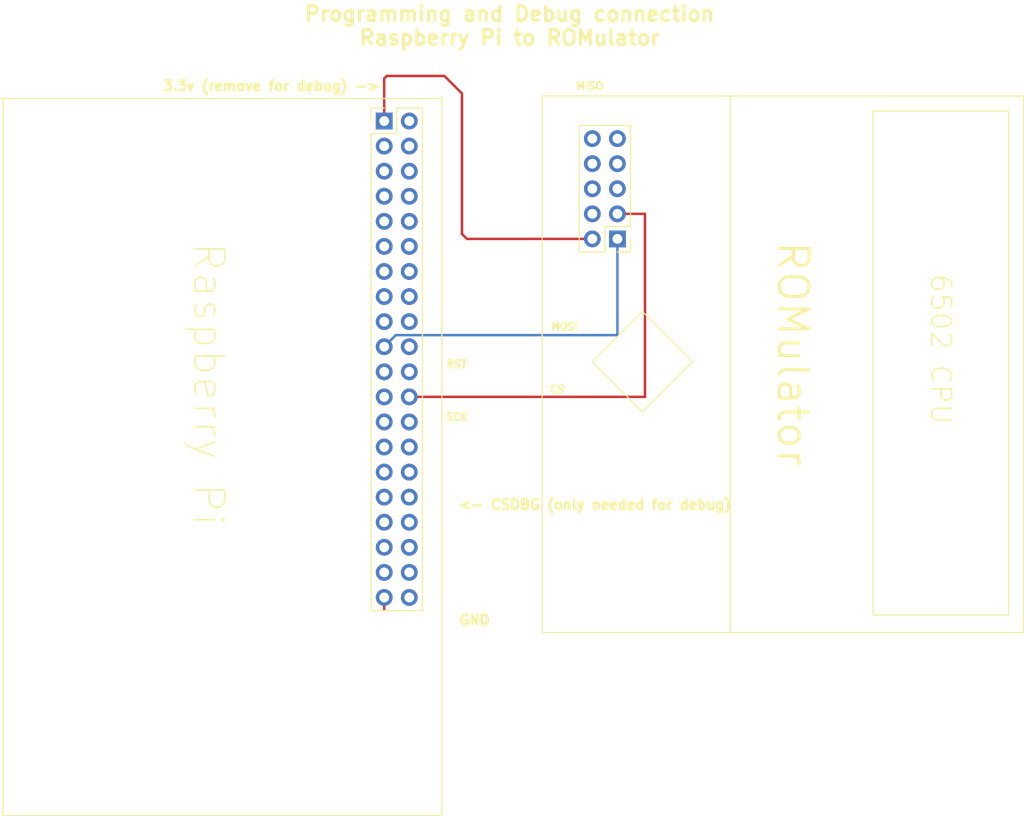
<source format=kicad_pcb>
(kicad_pcb (version 20171130) (host pcbnew "(5.1.4-0-10_14)")

  (general
    (thickness 1.6)
    (drawings 32)
    (tracks 40)
    (zones 0)
    (modules 2)
    (nets 43)
  )

  (page A4)
  (layers
    (0 F.Cu signal)
    (1 In1.Cu signal)
    (2 In2.Cu signal)
    (3 In3.Cu signal)
    (4 In4.Cu signal)
    (5 In5.Cu signal)
    (6 In6.Cu signal)
    (31 B.Cu signal)
    (32 B.Adhes user)
    (33 F.Adhes user)
    (34 B.Paste user)
    (35 F.Paste user)
    (36 B.SilkS user)
    (37 F.SilkS user)
    (38 B.Mask user)
    (39 F.Mask user)
    (40 Dwgs.User user)
    (41 Cmts.User user)
    (42 Eco1.User user)
    (43 Eco2.User user)
    (44 Edge.Cuts user)
    (45 Margin user)
    (46 B.CrtYd user)
    (47 F.CrtYd user)
    (48 B.Fab user)
    (49 F.Fab user)
  )

  (setup
    (last_trace_width 0.25)
    (trace_clearance 0.2)
    (zone_clearance 0.508)
    (zone_45_only no)
    (trace_min 0.2)
    (via_size 0.8)
    (via_drill 0.4)
    (via_min_size 0.4)
    (via_min_drill 0.3)
    (uvia_size 0.3)
    (uvia_drill 0.1)
    (uvias_allowed no)
    (uvia_min_size 0.2)
    (uvia_min_drill 0.1)
    (edge_width 0.05)
    (segment_width 0.2)
    (pcb_text_width 0.3)
    (pcb_text_size 1.5 1.5)
    (mod_edge_width 0.12)
    (mod_text_size 1 1)
    (mod_text_width 0.15)
    (pad_size 1.524 1.524)
    (pad_drill 0.762)
    (pad_to_mask_clearance 0.051)
    (solder_mask_min_width 0.25)
    (aux_axis_origin 0 0)
    (visible_elements FFFFFF7F)
    (pcbplotparams
      (layerselection 0x010fc_ffffffff)
      (usegerberextensions false)
      (usegerberattributes false)
      (usegerberadvancedattributes false)
      (creategerberjobfile false)
      (excludeedgelayer true)
      (linewidth 0.100000)
      (plotframeref false)
      (viasonmask false)
      (mode 1)
      (useauxorigin false)
      (hpglpennumber 1)
      (hpglpenspeed 20)
      (hpglpendiameter 15.000000)
      (psnegative false)
      (psa4output false)
      (plotreference true)
      (plotvalue true)
      (plotinvisibletext false)
      (padsonsilk false)
      (subtractmaskfromsilk false)
      (outputformat 4)
      (mirror false)
      (drillshape 0)
      (scaleselection 1)
      (outputdirectory ""))
  )

  (net 0 "")
  (net 1 RST)
  (net 2 MOSI)
  (net 3 CS)
  (net 4 SCK)
  (net 5 MISO)
  (net 6 "Net-(J1-Pad34)")
  (net 7 "Net-(J1-Pad33)")
  (net 8 "Net-(J1-Pad32)")
  (net 9 "Net-(J1-Pad31)")
  (net 10 "Net-(J1-Pad30)")
  (net 11 "Net-(J1-Pad29)")
  (net 12 "Net-(J1-Pad28)")
  (net 13 "Net-(J1-Pad27)")
  (net 14 "Net-(J1-Pad26)")
  (net 15 "Net-(J1-Pad25)")
  (net 16 GND)
  (net 17 CSDBG)
  (net 18 "Net-(J1-Pad17)")
  (net 19 "Net-(J1-Pad16)")
  (net 20 "Net-(J1-Pad15)")
  (net 21 "Net-(J1-Pad14)")
  (net 22 "Net-(J1-Pad13)")
  (net 23 "Net-(J1-Pad12)")
  (net 24 "Net-(J1-Pad11)")
  (net 25 "Net-(J1-Pad10)")
  (net 26 "Net-(J1-Pad9)")
  (net 27 "Net-(J1-Pad8)")
  (net 28 "Net-(J1-Pad7)")
  (net 29 "Net-(J1-Pad6)")
  (net 30 "Net-(J1-Pad5)")
  (net 31 "Net-(J1-Pad4)")
  (net 32 "Net-(J1-Pad3)")
  (net 33 "Net-(J1-Pad2)")
  (net 34 +3V3)
  (net 35 "Net-(J2-Pad8)")
  (net 36 "Net-(J2-Pad6)")
  (net 37 "Net-(J1-Pad20)")
  (net 38 "Net-(J1-Pad40)")
  (net 39 "Net-(J1-Pad38)")
  (net 40 "Net-(J1-Pad37)")
  (net 41 "Net-(J1-Pad35)")
  (net 42 "Net-(J1-Pad18)")

  (net_class Default "This is the default net class."
    (clearance 0.2)
    (trace_width 0.25)
    (via_dia 0.8)
    (via_drill 0.4)
    (uvia_dia 0.3)
    (uvia_drill 0.1)
    (add_net +3V3)
    (add_net CS)
    (add_net CSDBG)
    (add_net GND)
    (add_net MISO)
    (add_net MOSI)
    (add_net "Net-(J1-Pad10)")
    (add_net "Net-(J1-Pad11)")
    (add_net "Net-(J1-Pad12)")
    (add_net "Net-(J1-Pad13)")
    (add_net "Net-(J1-Pad14)")
    (add_net "Net-(J1-Pad15)")
    (add_net "Net-(J1-Pad16)")
    (add_net "Net-(J1-Pad17)")
    (add_net "Net-(J1-Pad18)")
    (add_net "Net-(J1-Pad2)")
    (add_net "Net-(J1-Pad20)")
    (add_net "Net-(J1-Pad25)")
    (add_net "Net-(J1-Pad26)")
    (add_net "Net-(J1-Pad27)")
    (add_net "Net-(J1-Pad28)")
    (add_net "Net-(J1-Pad29)")
    (add_net "Net-(J1-Pad3)")
    (add_net "Net-(J1-Pad30)")
    (add_net "Net-(J1-Pad31)")
    (add_net "Net-(J1-Pad32)")
    (add_net "Net-(J1-Pad33)")
    (add_net "Net-(J1-Pad34)")
    (add_net "Net-(J1-Pad35)")
    (add_net "Net-(J1-Pad37)")
    (add_net "Net-(J1-Pad38)")
    (add_net "Net-(J1-Pad4)")
    (add_net "Net-(J1-Pad40)")
    (add_net "Net-(J1-Pad5)")
    (add_net "Net-(J1-Pad6)")
    (add_net "Net-(J1-Pad7)")
    (add_net "Net-(J1-Pad8)")
    (add_net "Net-(J1-Pad9)")
    (add_net "Net-(J2-Pad6)")
    (add_net "Net-(J2-Pad8)")
    (add_net RST)
    (add_net SCK)
  )

  (module Connector_PinHeader_2.54mm:PinHeader_2x05_P2.54mm_Vertical (layer F.Cu) (tedit 59FED5CC) (tstamp 60942F35)
    (at 185.42 68.834 180)
    (descr "Through hole straight pin header, 2x05, 2.54mm pitch, double rows")
    (tags "Through hole pin header THT 2x05 2.54mm double row")
    (path /60943191)
    (fp_text reference J2 (at 1.27 -2.33) (layer F.SilkS) hide
      (effects (font (size 1 1) (thickness 0.15)))
    )
    (fp_text value Conn_02x05_Odd_Even (at 1.27 12.49) (layer F.Fab) hide
      (effects (font (size 1 1) (thickness 0.15)))
    )
    (fp_text user %R (at 1.27 5.08 90) (layer F.Fab) hide
      (effects (font (size 1 1) (thickness 0.15)))
    )
    (fp_line (start 4.35 -1.8) (end -1.8 -1.8) (layer F.CrtYd) (width 0.05))
    (fp_line (start 4.35 11.95) (end 4.35 -1.8) (layer F.CrtYd) (width 0.05))
    (fp_line (start -1.8 11.95) (end 4.35 11.95) (layer F.CrtYd) (width 0.05))
    (fp_line (start -1.8 -1.8) (end -1.8 11.95) (layer F.CrtYd) (width 0.05))
    (fp_line (start -1.33 -1.33) (end 0 -1.33) (layer F.SilkS) (width 0.12))
    (fp_line (start -1.33 0) (end -1.33 -1.33) (layer F.SilkS) (width 0.12))
    (fp_line (start 1.27 -1.33) (end 3.87 -1.33) (layer F.SilkS) (width 0.12))
    (fp_line (start 1.27 1.27) (end 1.27 -1.33) (layer F.SilkS) (width 0.12))
    (fp_line (start -1.33 1.27) (end 1.27 1.27) (layer F.SilkS) (width 0.12))
    (fp_line (start 3.87 -1.33) (end 3.87 11.49) (layer F.SilkS) (width 0.12))
    (fp_line (start -1.33 1.27) (end -1.33 11.49) (layer F.SilkS) (width 0.12))
    (fp_line (start -1.33 11.49) (end 3.87 11.49) (layer F.SilkS) (width 0.12))
    (fp_line (start -1.27 0) (end 0 -1.27) (layer F.Fab) (width 0.1))
    (fp_line (start -1.27 11.43) (end -1.27 0) (layer F.Fab) (width 0.1))
    (fp_line (start 3.81 11.43) (end -1.27 11.43) (layer F.Fab) (width 0.1))
    (fp_line (start 3.81 -1.27) (end 3.81 11.43) (layer F.Fab) (width 0.1))
    (fp_line (start 0 -1.27) (end 3.81 -1.27) (layer F.Fab) (width 0.1))
    (pad 10 thru_hole oval (at 2.54 10.16 180) (size 1.7 1.7) (drill 1) (layers *.Cu *.Mask)
      (net 16 GND))
    (pad 9 thru_hole oval (at 0 10.16 180) (size 1.7 1.7) (drill 1) (layers *.Cu *.Mask)
      (net 5 MISO))
    (pad 8 thru_hole oval (at 2.54 7.62 180) (size 1.7 1.7) (drill 1) (layers *.Cu *.Mask)
      (net 35 "Net-(J2-Pad8)"))
    (pad 7 thru_hole oval (at 0 7.62 180) (size 1.7 1.7) (drill 1) (layers *.Cu *.Mask)
      (net 4 SCK))
    (pad 6 thru_hole oval (at 2.54 5.08 180) (size 1.7 1.7) (drill 1) (layers *.Cu *.Mask)
      (net 36 "Net-(J2-Pad6)"))
    (pad 5 thru_hole oval (at 0 5.08 180) (size 1.7 1.7) (drill 1) (layers *.Cu *.Mask)
      (net 1 RST))
    (pad 4 thru_hole oval (at 2.54 2.54 180) (size 1.7 1.7) (drill 1) (layers *.Cu *.Mask)
      (net 17 CSDBG))
    (pad 3 thru_hole oval (at 0 2.54 180) (size 1.7 1.7) (drill 1) (layers *.Cu *.Mask)
      (net 3 CS))
    (pad 2 thru_hole oval (at 2.54 0 180) (size 1.7 1.7) (drill 1) (layers *.Cu *.Mask)
      (net 34 +3V3))
    (pad 1 thru_hole rect (at 0 0 180) (size 1.7 1.7) (drill 1) (layers *.Cu *.Mask)
      (net 2 MOSI))
    (model ${KISYS3DMOD}/Connector_PinHeader_2.54mm.3dshapes/PinHeader_2x05_P2.54mm_Vertical.wrl
      (at (xyz 0 0 0))
      (scale (xyz 1 1 1))
      (rotate (xyz 0 0 0))
    )
  )

  (module Connector_PinHeader_2.54mm:PinHeader_2x20_P2.54mm_Vertical (layer F.Cu) (tedit 59FED5CC) (tstamp 609479B8)
    (at 161.798 56.896)
    (descr "Through hole straight pin header, 2x20, 2.54mm pitch, double rows")
    (tags "Through hole pin header THT 2x20 2.54mm double row")
    (path /609490FC)
    (fp_text reference J1 (at 1.27 -2.33) (layer F.SilkS) hide
      (effects (font (size 1 1) (thickness 0.15)))
    )
    (fp_text value Raspberry_Pi_2_3 (at 1.27 50.59) (layer F.Fab) hide
      (effects (font (size 1 1) (thickness 0.15)))
    )
    (fp_text user %R (at 1.27 24.13 90) (layer F.Fab) hide
      (effects (font (size 1 1) (thickness 0.15)))
    )
    (fp_line (start 4.35 -1.8) (end -1.8 -1.8) (layer F.CrtYd) (width 0.05))
    (fp_line (start 4.35 50.05) (end 4.35 -1.8) (layer F.CrtYd) (width 0.05))
    (fp_line (start -1.8 50.05) (end 4.35 50.05) (layer F.CrtYd) (width 0.05))
    (fp_line (start -1.8 -1.8) (end -1.8 50.05) (layer F.CrtYd) (width 0.05))
    (fp_line (start -1.33 -1.33) (end 0 -1.33) (layer F.SilkS) (width 0.12))
    (fp_line (start -1.33 0) (end -1.33 -1.33) (layer F.SilkS) (width 0.12))
    (fp_line (start 1.27 -1.33) (end 3.87 -1.33) (layer F.SilkS) (width 0.12))
    (fp_line (start 1.27 1.27) (end 1.27 -1.33) (layer F.SilkS) (width 0.12))
    (fp_line (start -1.33 1.27) (end 1.27 1.27) (layer F.SilkS) (width 0.12))
    (fp_line (start 3.87 -1.33) (end 3.87 49.59) (layer F.SilkS) (width 0.12))
    (fp_line (start -1.33 1.27) (end -1.33 49.59) (layer F.SilkS) (width 0.12))
    (fp_line (start -1.33 49.59) (end 3.87 49.59) (layer F.SilkS) (width 0.12))
    (fp_line (start -1.27 0) (end 0 -1.27) (layer F.Fab) (width 0.1))
    (fp_line (start -1.27 49.53) (end -1.27 0) (layer F.Fab) (width 0.1))
    (fp_line (start 3.81 49.53) (end -1.27 49.53) (layer F.Fab) (width 0.1))
    (fp_line (start 3.81 -1.27) (end 3.81 49.53) (layer F.Fab) (width 0.1))
    (fp_line (start 0 -1.27) (end 3.81 -1.27) (layer F.Fab) (width 0.1))
    (pad 40 thru_hole oval (at 2.54 48.26) (size 1.7 1.7) (drill 1) (layers *.Cu *.Mask)
      (net 38 "Net-(J1-Pad40)"))
    (pad 39 thru_hole oval (at 0 48.26) (size 1.7 1.7) (drill 1) (layers *.Cu *.Mask)
      (net 16 GND))
    (pad 38 thru_hole oval (at 2.54 45.72) (size 1.7 1.7) (drill 1) (layers *.Cu *.Mask)
      (net 39 "Net-(J1-Pad38)"))
    (pad 37 thru_hole oval (at 0 45.72) (size 1.7 1.7) (drill 1) (layers *.Cu *.Mask)
      (net 40 "Net-(J1-Pad37)"))
    (pad 36 thru_hole oval (at 2.54 43.18) (size 1.7 1.7) (drill 1) (layers *.Cu *.Mask)
      (net 17 CSDBG))
    (pad 35 thru_hole oval (at 0 43.18) (size 1.7 1.7) (drill 1) (layers *.Cu *.Mask)
      (net 41 "Net-(J1-Pad35)"))
    (pad 34 thru_hole oval (at 2.54 40.64) (size 1.7 1.7) (drill 1) (layers *.Cu *.Mask)
      (net 6 "Net-(J1-Pad34)"))
    (pad 33 thru_hole oval (at 0 40.64) (size 1.7 1.7) (drill 1) (layers *.Cu *.Mask)
      (net 7 "Net-(J1-Pad33)"))
    (pad 32 thru_hole oval (at 2.54 38.1) (size 1.7 1.7) (drill 1) (layers *.Cu *.Mask)
      (net 8 "Net-(J1-Pad32)"))
    (pad 31 thru_hole oval (at 0 38.1) (size 1.7 1.7) (drill 1) (layers *.Cu *.Mask)
      (net 9 "Net-(J1-Pad31)"))
    (pad 30 thru_hole oval (at 2.54 35.56) (size 1.7 1.7) (drill 1) (layers *.Cu *.Mask)
      (net 10 "Net-(J1-Pad30)"))
    (pad 29 thru_hole oval (at 0 35.56) (size 1.7 1.7) (drill 1) (layers *.Cu *.Mask)
      (net 11 "Net-(J1-Pad29)"))
    (pad 28 thru_hole oval (at 2.54 33.02) (size 1.7 1.7) (drill 1) (layers *.Cu *.Mask)
      (net 12 "Net-(J1-Pad28)"))
    (pad 27 thru_hole oval (at 0 33.02) (size 1.7 1.7) (drill 1) (layers *.Cu *.Mask)
      (net 13 "Net-(J1-Pad27)"))
    (pad 26 thru_hole oval (at 2.54 30.48) (size 1.7 1.7) (drill 1) (layers *.Cu *.Mask)
      (net 14 "Net-(J1-Pad26)"))
    (pad 25 thru_hole oval (at 0 30.48) (size 1.7 1.7) (drill 1) (layers *.Cu *.Mask)
      (net 15 "Net-(J1-Pad25)"))
    (pad 24 thru_hole oval (at 2.54 27.94) (size 1.7 1.7) (drill 1) (layers *.Cu *.Mask)
      (net 3 CS))
    (pad 23 thru_hole oval (at 0 27.94) (size 1.7 1.7) (drill 1) (layers *.Cu *.Mask)
      (net 4 SCK))
    (pad 22 thru_hole oval (at 2.54 25.4) (size 1.7 1.7) (drill 1) (layers *.Cu *.Mask)
      (net 1 RST))
    (pad 21 thru_hole oval (at 0 25.4) (size 1.7 1.7) (drill 1) (layers *.Cu *.Mask)
      (net 5 MISO))
    (pad 20 thru_hole oval (at 2.54 22.86) (size 1.7 1.7) (drill 1) (layers *.Cu *.Mask)
      (net 37 "Net-(J1-Pad20)"))
    (pad 19 thru_hole oval (at 0 22.86) (size 1.7 1.7) (drill 1) (layers *.Cu *.Mask)
      (net 2 MOSI))
    (pad 18 thru_hole oval (at 2.54 20.32) (size 1.7 1.7) (drill 1) (layers *.Cu *.Mask)
      (net 42 "Net-(J1-Pad18)"))
    (pad 17 thru_hole oval (at 0 20.32) (size 1.7 1.7) (drill 1) (layers *.Cu *.Mask)
      (net 18 "Net-(J1-Pad17)"))
    (pad 16 thru_hole oval (at 2.54 17.78) (size 1.7 1.7) (drill 1) (layers *.Cu *.Mask)
      (net 19 "Net-(J1-Pad16)"))
    (pad 15 thru_hole oval (at 0 17.78) (size 1.7 1.7) (drill 1) (layers *.Cu *.Mask)
      (net 20 "Net-(J1-Pad15)"))
    (pad 14 thru_hole oval (at 2.54 15.24) (size 1.7 1.7) (drill 1) (layers *.Cu *.Mask)
      (net 21 "Net-(J1-Pad14)"))
    (pad 13 thru_hole oval (at 0 15.24) (size 1.7 1.7) (drill 1) (layers *.Cu *.Mask)
      (net 22 "Net-(J1-Pad13)"))
    (pad 12 thru_hole oval (at 2.54 12.7) (size 1.7 1.7) (drill 1) (layers *.Cu *.Mask)
      (net 23 "Net-(J1-Pad12)"))
    (pad 11 thru_hole oval (at 0 12.7) (size 1.7 1.7) (drill 1) (layers *.Cu *.Mask)
      (net 24 "Net-(J1-Pad11)"))
    (pad 10 thru_hole oval (at 2.54 10.16) (size 1.7 1.7) (drill 1) (layers *.Cu *.Mask)
      (net 25 "Net-(J1-Pad10)"))
    (pad 9 thru_hole oval (at 0 10.16) (size 1.7 1.7) (drill 1) (layers *.Cu *.Mask)
      (net 26 "Net-(J1-Pad9)"))
    (pad 8 thru_hole oval (at 2.54 7.62) (size 1.7 1.7) (drill 1) (layers *.Cu *.Mask)
      (net 27 "Net-(J1-Pad8)"))
    (pad 7 thru_hole oval (at 0 7.62) (size 1.7 1.7) (drill 1) (layers *.Cu *.Mask)
      (net 28 "Net-(J1-Pad7)"))
    (pad 6 thru_hole oval (at 2.54 5.08) (size 1.7 1.7) (drill 1) (layers *.Cu *.Mask)
      (net 29 "Net-(J1-Pad6)"))
    (pad 5 thru_hole oval (at 0 5.08) (size 1.7 1.7) (drill 1) (layers *.Cu *.Mask)
      (net 30 "Net-(J1-Pad5)"))
    (pad 4 thru_hole oval (at 2.54 2.54) (size 1.7 1.7) (drill 1) (layers *.Cu *.Mask)
      (net 31 "Net-(J1-Pad4)"))
    (pad 3 thru_hole oval (at 0 2.54) (size 1.7 1.7) (drill 1) (layers *.Cu *.Mask)
      (net 32 "Net-(J1-Pad3)"))
    (pad 2 thru_hole oval (at 2.54 0) (size 1.7 1.7) (drill 1) (layers *.Cu *.Mask)
      (net 33 "Net-(J1-Pad2)"))
    (pad 1 thru_hole rect (at 0 0) (size 1.7 1.7) (drill 1) (layers *.Cu *.Mask)
      (net 34 +3V3))
    (model ${KISYS3DMOD}/Connector_PinHeader_2.54mm.3dshapes/PinHeader_2x20_P2.54mm_Vertical.wrl
      (at (xyz 0 0 0))
      (scale (xyz 1 1 1))
      (rotate (xyz 0 0 0))
    )
  )

  (gr_text MISO (at 182.626 53.34) (layer F.SilkS)
    (effects (font (size 0.75 0.75) (thickness 0.1875)))
  )
  (gr_text MOSI (at 180.086 77.724) (layer F.SilkS)
    (effects (font (size 0.75 0.75) (thickness 0.1875)))
  )
  (gr_text RST (at 169.164 81.534) (layer F.SilkS)
    (effects (font (size 0.75 0.75) (thickness 0.1875)))
  )
  (gr_text CS (at 179.324 84.074) (layer F.SilkS)
    (effects (font (size 0.75 0.75) (thickness 0.1875)))
  )
  (gr_text SCK (at 169.164 86.868) (layer F.SilkS)
    (effects (font (size 0.75 0.75) (thickness 0.1875)))
  )
  (gr_text "<- CSDBG (only needed for debug)" (at 183.134 95.758) (layer F.SilkS)
    (effects (font (size 1 1) (thickness 0.25)))
  )
  (gr_text GND (at 170.942 107.442) (layer F.SilkS)
    (effects (font (size 1 1) (thickness 0.25)))
  )
  (gr_text "3.3v (remove for debug) ->" (at 150.368 53.34) (layer F.SilkS)
    (effects (font (size 1 1) (thickness 0.25)))
  )
  (gr_text "Programming and Debug connection\nRaspberry Pi to ROMulator" (at 174.498 47.244) (layer F.SilkS)
    (effects (font (size 1.5 1.5) (thickness 0.3)))
  )
  (gr_text ROMulator (at 203.2 80.518 270) (layer F.SilkS)
    (effects (font (size 3 3) (thickness 0.3)))
  )
  (gr_text "Raspberry Pi" (at 144.018 83.566 270) (layer F.SilkS)
    (effects (font (size 3 3) (thickness 0.15)))
  )
  (gr_line (start 123.19 127.254) (end 123.19 54.61) (layer F.SilkS) (width 0.12) (tstamp 60947B79))
  (gr_line (start 167.64 127.254) (end 123.19 127.254) (layer F.SilkS) (width 0.12))
  (gr_line (start 167.64 54.356) (end 167.64 127.254) (layer F.SilkS) (width 0.12))
  (gr_line (start 122.936 54.61) (end 167.64 54.61) (layer F.SilkS) (width 0.12))
  (gr_line (start 193.04 81.28) (end 187.96 76.2) (layer F.SilkS) (width 0.12) (tstamp 60947B77))
  (gr_line (start 187.96 86.36) (end 193.04 81.28) (layer F.SilkS) (width 0.12))
  (gr_line (start 182.88 81.28) (end 187.96 86.36) (layer F.SilkS) (width 0.12))
  (gr_line (start 187.96 76.2) (end 182.88 81.28) (layer F.SilkS) (width 0.12))
  (gr_text "6502 CPU\n" (at 218.186 80.01 270) (layer F.SilkS)
    (effects (font (size 2 2) (thickness 0.15)))
  )
  (gr_line (start 211.328 106.934) (end 211.328 55.88) (layer F.SilkS) (width 0.12) (tstamp 60947B74))
  (gr_line (start 225.044 106.934) (end 211.328 106.934) (layer F.SilkS) (width 0.12))
  (gr_line (start 225.044 55.88) (end 225.044 106.934) (layer F.SilkS) (width 0.12))
  (gr_line (start 211.328 55.88) (end 225.044 55.88) (layer F.SilkS) (width 0.12))
  (gr_line (start 226.568 108.712) (end 196.85 108.712) (layer F.SilkS) (width 0.12) (tstamp 60947B73))
  (gr_line (start 226.568 108.458) (end 226.568 108.712) (layer F.SilkS) (width 0.12))
  (gr_line (start 226.568 54.356) (end 226.568 108.458) (layer F.SilkS) (width 0.12))
  (gr_line (start 196.85 54.356) (end 226.568 54.356) (layer F.SilkS) (width 0.12))
  (gr_line (start 196.85 54.356) (end 177.8 54.356) (layer F.SilkS) (width 0.12) (tstamp 60947B72))
  (gr_line (start 196.85 108.712) (end 196.85 54.356) (layer F.SilkS) (width 0.12))
  (gr_line (start 177.8 108.712) (end 196.85 108.712) (layer F.SilkS) (width 0.12))
  (gr_line (start 177.8 54.356) (end 177.8 108.712) (layer F.SilkS) (width 0.12))

  (segment (start 164.338 82.296) (end 188.976 82.296) (width 0.25) (layer In1.Cu) (net 1))
  (segment (start 188.976 82.296) (end 188.976 63.754) (width 0.25) (layer In1.Cu) (net 1))
  (segment (start 188.976 63.754) (end 185.42 63.754) (width 0.25) (layer In1.Cu) (net 1))
  (segment (start 185.42 78.486) (end 185.42 68.834) (width 0.25) (layer B.Cu) (net 2))
  (segment (start 185.325001 78.580999) (end 185.42 78.486) (width 0.25) (layer B.Cu) (net 2))
  (segment (start 162.973001 78.580999) (end 185.325001 78.580999) (width 0.25) (layer B.Cu) (net 2))
  (segment (start 161.798 79.756) (end 162.973001 78.580999) (width 0.25) (layer B.Cu) (net 2))
  (segment (start 188.214 66.294) (end 185.42 66.294) (width 0.25) (layer F.Cu) (net 3))
  (segment (start 188.214 84.836) (end 188.214 66.294) (width 0.25) (layer F.Cu) (net 3))
  (segment (start 164.338 84.836) (end 188.214 84.836) (width 0.25) (layer F.Cu) (net 3))
  (segment (start 161.798 84.836) (end 163.068 86.106) (width 0.25) (layer In5.Cu) (net 4))
  (segment (start 163.068 86.106) (end 191.008 86.106) (width 0.25) (layer In5.Cu) (net 4))
  (segment (start 191.008 86.106) (end 191.008 61.214) (width 0.25) (layer In5.Cu) (net 4))
  (segment (start 191.008 61.214) (end 185.42 61.214) (width 0.25) (layer In5.Cu) (net 4))
  (segment (start 180.848 54.356) (end 185.42 54.356) (width 0.25) (layer In2.Cu) (net 5))
  (segment (start 178.816 67.017002) (end 178.816 56.388) (width 0.25) (layer In2.Cu) (net 5))
  (segment (start 185.42 54.356) (end 185.42 58.674) (width 0.25) (layer In2.Cu) (net 5))
  (segment (start 178.816 56.388) (end 180.848 54.356) (width 0.25) (layer In2.Cu) (net 5))
  (segment (start 164.712003 81.120999) (end 178.816 67.017002) (width 0.25) (layer In2.Cu) (net 5))
  (segment (start 162.973001 81.120999) (end 164.712003 81.120999) (width 0.25) (layer In2.Cu) (net 5))
  (segment (start 161.798 82.296) (end 162.973001 81.120999) (width 0.25) (layer In2.Cu) (net 5))
  (segment (start 182.88 55.626) (end 182.88 58.674) (width 0.25) (layer In6.Cu) (net 16))
  (segment (start 182.626 55.372) (end 182.88 55.626) (width 0.25) (layer In6.Cu) (net 16))
  (segment (start 189.992 106.036162) (end 189.992 58.166) (width 0.25) (layer In6.Cu) (net 16))
  (segment (start 189.670081 106.358081) (end 189.992 106.036162) (width 0.25) (layer In6.Cu) (net 16))
  (segment (start 161.798 105.156) (end 161.798 106.358081) (width 0.25) (layer F.Cu) (net 16))
  (segment (start 161.798 106.358081) (end 189.670081 106.358081) (width 0.25) (layer In6.Cu) (net 16))
  (segment (start 187.198 55.372) (end 182.626 55.372) (width 0.25) (layer In6.Cu) (net 16))
  (segment (start 189.992 58.166) (end 187.198 55.372) (width 0.25) (layer In6.Cu) (net 16))
  (segment (start 164.338 100.076) (end 173.736 90.678) (width 0.25) (layer In3.Cu) (net 17))
  (segment (start 173.736 90.678) (end 173.736 66.548) (width 0.25) (layer In3.Cu) (net 17))
  (segment (start 173.99 66.294) (end 182.88 66.294) (width 0.25) (layer In3.Cu) (net 17))
  (segment (start 173.736 66.548) (end 173.99 66.294) (width 0.25) (layer In3.Cu) (net 17))
  (segment (start 169.672 68.326) (end 170.18 68.834) (width 0.25) (layer F.Cu) (net 34))
  (segment (start 169.672 54.102) (end 169.672 68.326) (width 0.25) (layer F.Cu) (net 34))
  (segment (start 161.798 56.896) (end 161.798 52.578) (width 0.25) (layer F.Cu) (net 34))
  (segment (start 161.798 52.578) (end 162.052 52.324) (width 0.25) (layer F.Cu) (net 34))
  (segment (start 167.894 52.324) (end 169.672 54.102) (width 0.25) (layer F.Cu) (net 34))
  (segment (start 170.18 68.834) (end 182.88 68.834) (width 0.25) (layer F.Cu) (net 34))
  (segment (start 162.052 52.324) (end 167.894 52.324) (width 0.25) (layer F.Cu) (net 34))

)

</source>
